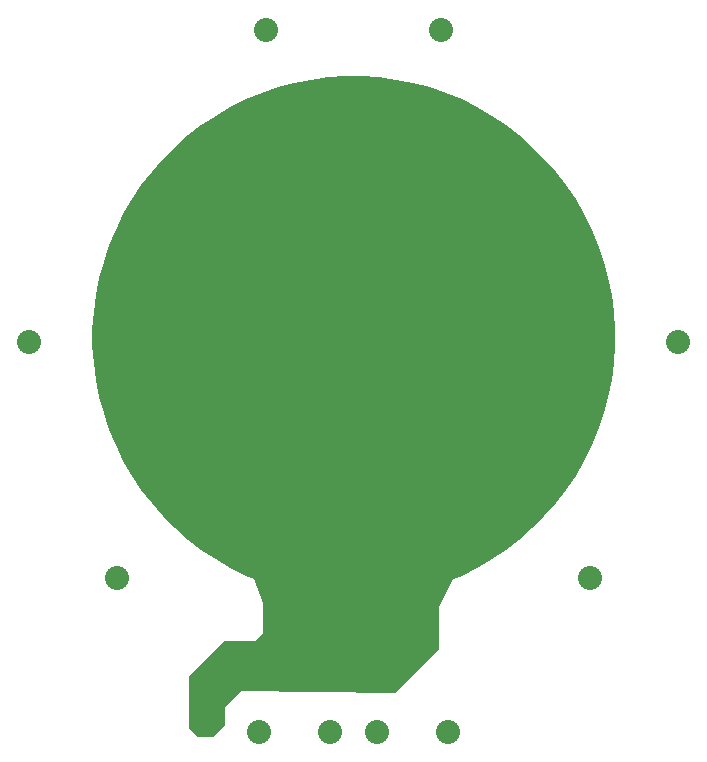
<source format=gbl>
G04*
G04 #@! TF.GenerationSoftware,Altium Limited,Altium Designer,22.10.1 (41)*
G04*
G04 Layer_Physical_Order=2*
G04 Layer_Color=16711680*
%FSLAX25Y25*%
%MOIN*%
G70*
G04*
G04 #@! TF.SameCoordinates,FEF3DBFB-2847-4824-BCEC-0586C65A169C*
G04*
G04*
G04 #@! TF.FilePolarity,Positive*
G04*
G01*
G75*
%ADD15C,0.08000*%
%ADD16C,0.05000*%
G36*
X8540Y226037D02*
X14193Y225292D01*
X19785Y224180D01*
X25292Y222704D01*
X30691Y220872D01*
X35959Y218690D01*
X41072Y216168D01*
X46010Y213317D01*
X50751Y210150D01*
X55274Y206679D01*
X59561Y202919D01*
X63593Y198888D01*
X67352Y194601D01*
X70823Y190078D01*
X73990Y185337D01*
X76841Y180399D01*
X79363Y175286D01*
X81545Y170018D01*
X83378Y164619D01*
X84853Y159112D01*
X85966Y153520D01*
X86710Y147867D01*
X87083Y142178D01*
Y139327D01*
Y136476D01*
X86710Y130787D01*
X85966Y125134D01*
X84853Y119542D01*
X83378Y114034D01*
X81545Y108635D01*
X79363Y103368D01*
X76841Y98254D01*
X73990Y93317D01*
X70823Y88576D01*
X67352Y84052D01*
X63593Y79766D01*
X59561Y75734D01*
X55274Y71975D01*
X50751Y68504D01*
X46010Y65336D01*
X41072Y62485D01*
X35959Y59964D01*
X32955Y58720D01*
X28323Y49525D01*
Y35585D01*
X13709Y20970D01*
X-37428Y21432D01*
X-43000Y15911D01*
Y10000D01*
X-47000Y6000D01*
X-52000D01*
X-55000Y9000D01*
X-55000Y14008D01*
X-55000Y26236D01*
X-43236Y38000D01*
X-32974D01*
X-30078Y40973D01*
X-30339Y50897D01*
X-33145Y58798D01*
X-35959Y59964D01*
X-41072Y62485D01*
X-46010Y65336D01*
X-50751Y68504D01*
X-55274Y71975D01*
X-59561Y75734D01*
X-63593Y79766D01*
X-67352Y84052D01*
X-70823Y88576D01*
X-73990Y93317D01*
X-76841Y98254D01*
X-79363Y103368D01*
X-81545Y108635D01*
X-83378Y114034D01*
X-84853Y119542D01*
X-85966Y125134D01*
X-86710Y130787D01*
X-87083Y136476D01*
Y139327D01*
Y142178D01*
X-86710Y147867D01*
X-85966Y153520D01*
X-84853Y159112D01*
X-83378Y164619D01*
X-81545Y170018D01*
X-79363Y175286D01*
X-76841Y180399D01*
X-73990Y185337D01*
X-70823Y190078D01*
X-67352Y194601D01*
X-63593Y198888D01*
X-59561Y202919D01*
X-55274Y206679D01*
X-50751Y210150D01*
X-46010Y213317D01*
X-41072Y216168D01*
X-35959Y218690D01*
X-30691Y220872D01*
X-25292Y222704D01*
X-19785Y224180D01*
X-14193Y225292D01*
X-8540Y226037D01*
X-2851Y226410D01*
X2851D01*
X8540Y226037D01*
D02*
G37*
D15*
X-108268Y137795D02*
D03*
X7874Y7874D02*
D03*
X-7874D02*
D03*
X29134Y241732D02*
D03*
X-29134D02*
D03*
X108268Y137795D02*
D03*
X31496Y7874D02*
D03*
X-78740Y59055D02*
D03*
X78740D02*
D03*
X-31496Y7874D02*
D03*
D16*
X-50000Y11000D02*
D03*
M02*

</source>
